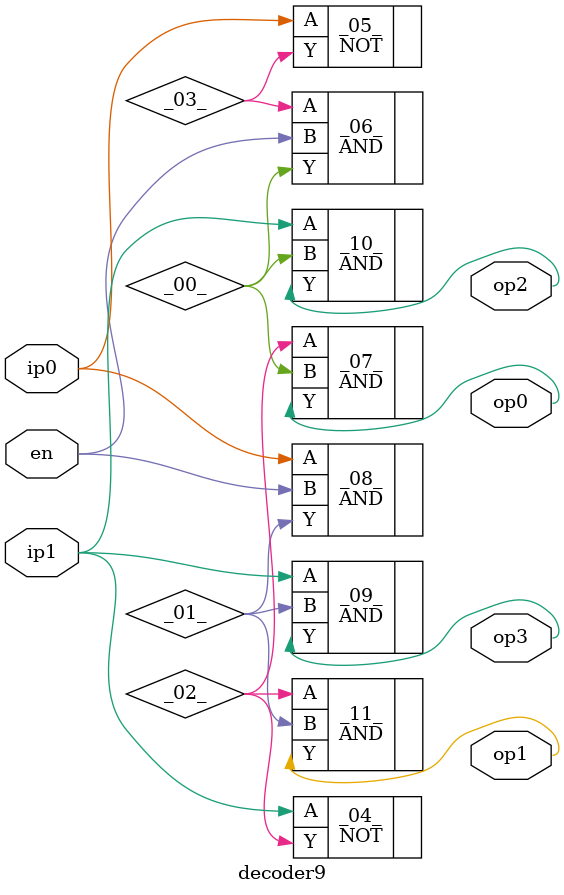
<source format=v>
/* Generated by Yosys 0.41+83 (git sha1 7045cf509, x86_64-w64-mingw32-g++ 13.2.1 -Os) */

/* cells_not_processed =  1  */
/* src = "decoder9.v:1.1-30.10" */
module decoder9(ip0, ip1, en, op0, op1, op2, op3);
  wire _00_;
  wire _01_;
  wire _02_;
  wire _03_;
  /* src = "decoder9.v:3.15-3.17" */
  input en;
  wire en;
  /* src = "decoder9.v:3.7-3.10" */
  input ip0;
  wire ip0;
  /* src = "decoder9.v:3.11-3.14" */
  input ip1;
  wire ip1;
  /* src = "decoder9.v:4.12-4.15" */
  output op0;
  wire op0;
  /* src = "decoder9.v:4.16-4.19" */
  output op1;
  wire op1;
  /* src = "decoder9.v:4.20-4.23" */
  output op2;
  wire op2;
  /* src = "decoder9.v:4.24-4.27" */
  output op3;
  wire op3;
  NOT _04_ (
    .A(ip1),
    .Y(_02_)
  );
  NOT _05_ (
    .A(ip0),
    .Y(_03_)
  );
  AND _06_ (
    .A(_03_),
    .B(en),
    .Y(_00_)
  );
  AND _07_ (
    .A(_02_),
    .B(_00_),
    .Y(op0)
  );
  AND _08_ (
    .A(ip0),
    .B(en),
    .Y(_01_)
  );
  AND _09_ (
    .A(ip1),
    .B(_01_),
    .Y(op3)
  );
  AND _10_ (
    .A(ip1),
    .B(_00_),
    .Y(op2)
  );
  AND _11_ (
    .A(_02_),
    .B(_01_),
    .Y(op1)
  );
endmodule

</source>
